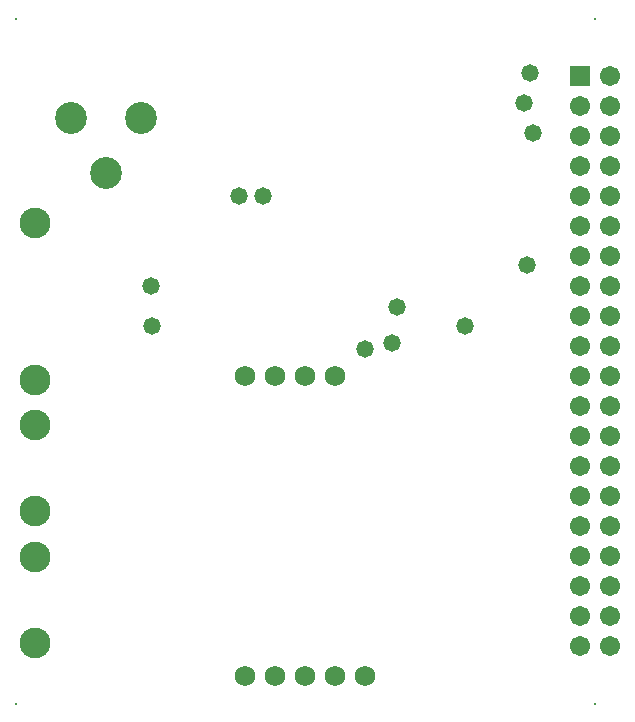
<source format=gbs>
G04 Layer_Color=16711935*
%FSTAX25Y25*%
%MOIN*%
G70*
G01*
G75*
%ADD47C,0.10642*%
%ADD48C,0.06800*%
%ADD49C,0.10288*%
%ADD50C,0.00800*%
%ADD51R,0.06706X0.06706*%
%ADD52C,0.06706*%
%ADD53C,0.05800*%
D47*
X0157622Y0314D02*
D03*
X0134D02*
D03*
X0145811Y0295496D02*
D03*
D48*
X0192Y0228D02*
D03*
X0222D02*
D03*
X0212D02*
D03*
X0202D02*
D03*
X0192Y0128D02*
D03*
X0202D02*
D03*
X0212D02*
D03*
X0222D02*
D03*
X0232D02*
D03*
D49*
X0122Y021174D02*
D03*
Y0183D02*
D03*
Y016774D02*
D03*
Y0139D02*
D03*
Y0279D02*
D03*
Y0226638D02*
D03*
D50*
X0308819Y0347083D02*
D03*
X0115905D02*
D03*
X0308819Y0118736D02*
D03*
X0115905D02*
D03*
D51*
X0303819Y0327909D02*
D03*
D52*
X0313819D02*
D03*
X0303819Y0317909D02*
D03*
X0313819D02*
D03*
X0303819Y0307909D02*
D03*
X0313819D02*
D03*
X0303819Y0297909D02*
D03*
X0313819D02*
D03*
X0303819Y0287909D02*
D03*
X0313819D02*
D03*
X0303819Y0277909D02*
D03*
X0313819D02*
D03*
X0303819Y0267909D02*
D03*
X0313819D02*
D03*
X0303819Y0257909D02*
D03*
X0313819D02*
D03*
X0303819Y0247909D02*
D03*
X0313819D02*
D03*
X0303819Y0237909D02*
D03*
X0313819D02*
D03*
X0303819Y0227909D02*
D03*
X0313819D02*
D03*
X0303819Y0217909D02*
D03*
X0313819D02*
D03*
X0303819Y0207909D02*
D03*
X0313819D02*
D03*
X0303819Y0197909D02*
D03*
X0313819D02*
D03*
X0303819Y0187909D02*
D03*
X0313819D02*
D03*
X0303819Y0177909D02*
D03*
X0313819D02*
D03*
Y0137909D02*
D03*
X0303819D02*
D03*
X0313819Y0147909D02*
D03*
X0303819D02*
D03*
X0313819Y0157909D02*
D03*
X0303819D02*
D03*
X0313819Y0167909D02*
D03*
X0303819D02*
D03*
D53*
X019Y0288D02*
D03*
X0198D02*
D03*
X0286Y0265D02*
D03*
X0288Y0309D02*
D03*
X0287Y0329D02*
D03*
X0285Y0319D02*
D03*
X0242878Y0250878D02*
D03*
X02655Y02445D02*
D03*
X0232Y0237D02*
D03*
X0241Y0239D02*
D03*
X016093Y025795D02*
D03*
X016123Y024444D02*
D03*
M02*

</source>
